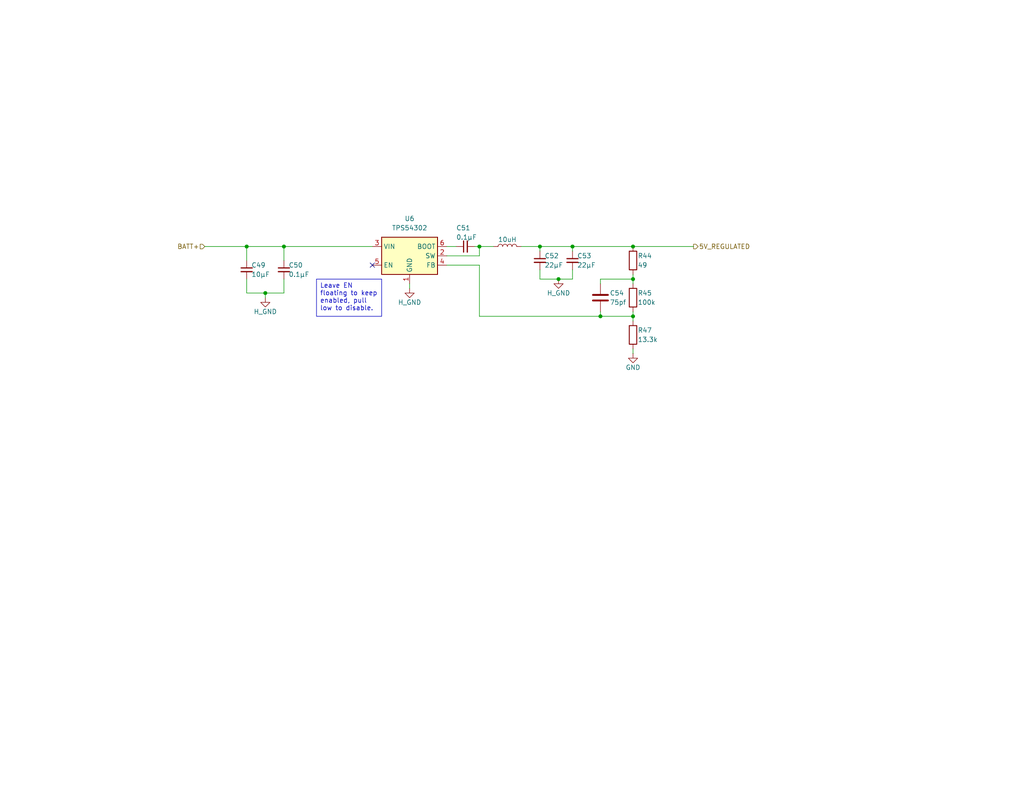
<source format=kicad_sch>
(kicad_sch (version 20250114) (generator "eeschema") (generator_version "9.0")
  (paper "A")
  (lib_symbols
    (symbol "Device:C" (pin_numbers (hide yes)) (pin_names (offset 0.254))
      (property "Reference" "C" (at 0.635 2.54 0))
      (property "Value" "C" (at 0.635 -2.54 0))
      (symbol "C_0_1"
        (polyline (pts (xy -2.032 0.762) (xy 2.032 0.762)) (stroke (width 0.508)))
        (polyline (pts (xy -2.032 -0.762) (xy 2.032 -0.762)) (stroke (width 0.508)))
      )
      (symbol "C_1_1"
        (pin passive line (at 0 3.81 270) (length 2.794) (name "~") (number "1"))
        (pin passive line (at 0 -3.81 90) (length 2.794) (name "~") (number "2"))
      )
    )
    (symbol "Device:C_Small" (pin_numbers (hide yes)) (pin_names (offset 0.254) (hide yes))
      (property "Reference" "C" (at 0.254 1.778 0))
      (property "Value" "C_Small" (at 0.254 -2.032 0))
      (symbol "C_Small_0_1"
        (polyline (pts (xy -1.524 0.508) (xy 1.524 0.508)) (stroke (width 0.3048)))
        (polyline (pts (xy -1.524 -0.508) (xy 1.524 -0.508)) (stroke (width 0.3302)))
      )
      (symbol "C_Small_1_1"
        (pin passive line (at 0 2.54 270) (length 2.032) (name "~") (number "1"))
        (pin passive line (at 0 -2.54 90) (length 2.032) (name "~") (number "2"))
      )
    )
    (symbol "Device:L" (pin_numbers (hide yes)) (pin_names (offset 1.016) (hide yes))
      (property "Reference" "L" (at -1.27 0 90))
      (property "Value" "L" (at 1.905 0 90))
      (symbol "L_0_1"
        (arc (start 0 2.54) (mid 0.6323 1.905) (end 0 1.27))
        (arc (start 0 1.27) (mid 0.6323 0.635) (end 0 0))
        (arc (start 0 0) (mid 0.6323 -0.635) (end 0 -1.27))
        (arc (start 0 -1.27) (mid 0.6323 -1.905) (end 0 -2.54))
      )
      (symbol "L_1_1"
        (pin passive line (at 0 3.81 270) (length 1.27) (name "1") (number "1"))
        (pin passive line (at 0 -3.81 90) (length 1.27) (name "2") (number "2"))
      )
    )
    (symbol "Device:R" (pin_numbers (hide yes)) (pin_names (offset 0))
      (property "Reference" "R" (at 2.032 0 90))
      (property "Value" "R" (at 0 0 90))
      (symbol "R_0_1"
        (rectangle (start -1.016 -2.54) (end 1.016 2.54) (stroke (width 0.254)))
      )
      (symbol "R_1_1"
        (pin passive line (at 0 3.81 270) (length 1.27) (name "~") (number "1"))
        (pin passive line (at 0 -3.81 90) (length 1.27) (name "~") (number "2"))
      )
    )
    (symbol "Regulator_Switching:TPS54302"
      (property "Reference" "U" (at -7.62 6.35 0))
      (property "Value" "TPS54302" (at 0 6.35 0))
      (symbol "TPS54302_0_1"
        (rectangle (start -7.62 5.08) (end 7.62 -5.08) (stroke (width 0.254)) (fill (type background)))
      )
      (symbol "TPS54302_1_1"
        (pin power_in line (at -10.16 2.54 0) (length 2.54) (name "VIN") (number "3"))
        (pin input line (at -10.16 -2.54 0) (length 2.54) (name "EN") (number "5"))
        (pin power_in line (at 0 -7.62 90) (length 2.54) (name "GND") (number "1"))
        (pin passive line (at 10.16 2.54 180) (length 2.54) (name "BOOT") (number "6"))
        (pin power_out line (at 10.16 0 180) (length 2.54) (name "SW") (number "2"))
        (pin input line (at 10.16 -2.54 180) (length 2.54) (name "FB") (number "4"))
      )
    )
    (symbol "giraffe_symbols:H_GND" (power) (pin_names (offset 0))
      (property "Value" "H_GND" (at 0 -3.81 0))
      (symbol "H_GND_0_1"
        (polyline (pts (xy 0 0) (xy 0 -1.27) (xy 1.27 -1.27) (xy 0 -2.54) (xy -1.27 -1.27) (xy 0 -1.27)))
      )
      (symbol "H_GND_1_1"
        (pin power_in line (at 0 0 270) (length 0) (hide yes) (name "H_GND") (number "1"))
      )
    )
    (symbol "power:GND" (power) (pin_numbers (hide yes)) (pin_names (offset 0) (hide yes))
      (property "Value" "GND" (at 0 -3.81 0))
      (symbol "GND_0_1"
        (polyline (pts (xy 0 0) (xy 0 -1.27) (xy 1.27 -1.27) (xy 0 -2.54) (xy -1.27 -1.27) (xy 0 -1.27)))
      )
      (symbol "GND_1_1"
        (pin power_in line (at 0 0 270) (length 0) (name "~") (number "1"))
      )
    )
  )
  (text_box "Leave EN floating to keep enabled, pull low to disable.\n" (at 86.36 76.2 0) (size 17.78 10.16) (margins 0.9525 0.9525 0.9525 0.9525) (effects (font (size 1.27 1.27)) (justify left top)))
  (junction (at 152.4 76.2))
  (junction (at 67.31 67.31))
  (junction (at 72.39 80.01))
  (junction (at 77.47 67.31))
  (junction (at 147.32 67.31))
  (junction (at 172.72 86.36))
  (junction (at 156.21 67.31))
  (junction (at 163.83 86.36))
  (junction (at 130.81 67.31))
  (junction (at 172.72 76.2))
  (junction (at 172.72 67.31))
  (no_connect (at 101.6 72.39))
  (wire (pts (xy 172.72 86.36) (xy 172.72 87.63)))
  (wire (pts (xy 156.21 73.66) (xy 156.21 76.2)))
  (wire (pts (xy 156.21 68.58) (xy 156.21 67.31)))
  (wire (pts (xy 121.92 69.85) (xy 130.81 69.85)))
  (wire (pts (xy 67.31 80.01) (xy 72.39 80.01)))
  (wire (pts (xy 156.21 67.31) (xy 172.72 67.31)))
  (wire (pts (xy 172.72 76.2) (xy 172.72 77.47)))
  (wire (pts (xy 163.83 85.09) (xy 163.83 86.36)))
  (wire (pts (xy 67.31 67.31) (xy 77.47 67.31)))
  (wire (pts (xy 163.83 77.47) (xy 163.83 76.2)))
  (wire (pts (xy 130.81 72.39) (xy 121.92 72.39)))
  (wire (pts (xy 147.32 76.2) (xy 152.4 76.2)))
  (wire (pts (xy 163.83 76.2) (xy 172.72 76.2)))
  (wire (pts (xy 67.31 76.2) (xy 67.31 80.01)))
  (wire (pts (xy 130.81 67.31) (xy 134.62 67.31)))
  (wire (pts (xy 111.76 78.74) (xy 111.76 77.47)))
  (wire (pts (xy 130.81 69.85) (xy 130.81 67.31)))
  (wire (pts (xy 172.72 85.09) (xy 172.72 86.36)))
  (wire (pts (xy 72.39 81.28) (xy 72.39 80.01)))
  (wire (pts (xy 163.83 86.36) (xy 172.72 86.36)))
  (wire (pts (xy 172.72 95.25) (xy 172.72 96.52)))
  (wire (pts (xy 130.81 86.36) (xy 163.83 86.36)))
  (wire (pts (xy 124.46 67.31) (xy 121.92 67.31)))
  (wire (pts (xy 130.81 86.36) (xy 130.81 72.39)))
  (wire (pts (xy 156.21 76.2) (xy 152.4 76.2)))
  (wire (pts (xy 147.32 73.66) (xy 147.32 76.2)))
  (wire (pts (xy 77.47 67.31) (xy 77.47 71.12)))
  (wire (pts (xy 147.32 67.31) (xy 156.21 67.31)))
  (wire (pts (xy 67.31 67.31) (xy 67.31 71.12)))
  (wire (pts (xy 77.47 67.31) (xy 101.6 67.31)))
  (wire (pts (xy 172.72 74.93) (xy 172.72 76.2)))
  (wire (pts (xy 147.32 68.58) (xy 147.32 67.31)))
  (wire (pts (xy 77.47 80.01) (xy 77.47 76.2)))
  (wire (pts (xy 130.81 67.31) (xy 129.54 67.31)))
  (wire (pts (xy 142.24 67.31) (xy 147.32 67.31)))
  (wire (pts (xy 55.88 67.31) (xy 67.31 67.31)))
  (wire (pts (xy 172.72 67.31) (xy 189.23 67.31)))
  (wire (pts (xy 72.39 80.01) (xy 77.47 80.01)))
  (hierarchical_label "BATT+" (shape input) (at 55.88 67.31 180))
  (hierarchical_label "5V_REGULATED" (shape output) (at 189.23 67.31 0))
  (symbol (lib_id "Device:L") (at 138.43 67.31 270) (mirror x) (unit 1)
    (property "Reference" "L5" (effects (hide yes)))
    (property "Value" "10uH" (at 138.43 65.405 90))
    (property "Footprint" "keystone_footprint_library:IND_SRU1048-100Y" (effects (hide yes)))
    (property "Datasheet" "SRU1048A-100Y" (effects (hide yes)))
    (property "Description" "Inductor" (effects (hide yes)))
  )
  (symbol (lib_id "giraffe_symbols:H_GND") (at 72.39 81.28 0) (unit 1)
    (property "Reference" "#PWR?" (effects (hide yes)))
    (property "Value" "H_GND" (at 72.39 85.09 0))
  )
  (symbol (lib_id "Device:C") (at 163.83 81.28 0) (unit 1)
    (property "Reference" "C54" (at 166.37 80.01 0) (effects (justify left)))
    (property "Value" "75pf" (at 166.37 82.55 0) (effects (justify left)))
    (property "Footprint" "Capacitor_SMD:C_0603_1608Metric" (effects (hide yes)))
    (property "Datasheet" "CC0603JRNPO9BN750" (effects (hide yes)))
  )
  (symbol (lib_id "Device:C_Small") (at 67.31 73.66 0) (unit 1)
    (property "Reference" "C49" (at 68.58 72.39 0) (effects (justify left)))
    (property "Value" "10µF" (at 68.58 74.93 0) (effects (justify left)))
    (property "Footprint" "Capacitor_SMD:C_1206_3216Metric" (effects (hide yes)))
    (property "Datasheet" "CL32B106KBJNNNE" (effects (hide yes)))
  )
  (symbol (lib_id "Device:C_Small") (at 147.32 71.12 0) (unit 1)
    (property "Reference" "C52" (at 148.59 69.85 0) (effects (justify left)))
    (property "Value" "22µF" (at 148.59 72.39 0) (effects (justify left)))
    (property "Footprint" "Capacitor_SMD:C_1210_3225Metric" (effects (hide yes)))
    (property "Datasheet" "CL32A226MAJNNNE" (effects (hide yes)))
  )
  (symbol (lib_id "Device:C_Small") (at 156.21 71.12 0) (unit 1)
    (property "Reference" "C53" (at 157.48 69.85 0) (effects (justify left)))
    (property "Value" "22µF" (at 157.48 72.39 0) (effects (justify left)))
    (property "Footprint" "Capacitor_SMD:C_1210_3225Metric" (effects (hide yes)))
    (property "Datasheet" "CL32A226MAJNNNE" (effects (hide yes)))
  )
  (symbol (lib_id "Device:R") (at 172.72 91.44 0) (unit 1)
    (property "Reference" "R47" (at 173.99 90.17 0) (effects (justify left)))
    (property "Value" "13.3k" (at 173.99 92.71 0) (effects (justify left)))
    (property "Footprint" "Resistor_SMD:R_0603_1608Metric" (effects (hide yes)))
    (property "Datasheet" "RMCF0603FT13K3" (effects (hide yes)))
    (property "Description" "Resistor" (effects (hide yes)))
  )
  (symbol (lib_id "Device:C_Small") (at 127 67.31 90) (unit 1)
    (property "Reference" "C51" (at 124.46 62.23 90) (effects (justify right)))
    (property "Value" "0.1µF" (at 124.46 64.77 90) (effects (justify right)))
    (property "Footprint" "Capacitor_SMD:C_0603_1608Metric" (effects (hide yes)))
  )
  (symbol (lib_id "power:GND") (at 172.72 96.52 0) (unit 1)
    (property "Reference" "#PWR0104" (effects (hide yes)))
    (property "Value" "GND" (at 172.72 100.33 0))
    (property "Description" "Power symbol creates a global label with name \"GND\" , ground" (effects (hide yes)))
  )
  (symbol (lib_id "Device:R") (at 172.72 71.12 0) (unit 1)
    (property "Reference" "R44" (at 173.99 69.85 0) (effects (justify left)))
    (property "Value" "49" (at 173.99 72.39 0) (effects (justify left)))
    (property "Footprint" "Resistor_SMD:R_0603_1608Metric" (effects (hide yes)))
    (property "Datasheet" "RMCF0603FT49K9" (effects (hide yes)))
    (property "Description" "Resistor" (effects (hide yes)))
  )
  (symbol (lib_id "giraffe_symbols:H_GND") (at 152.4 76.2 0) (unit 1)
    (property "Reference" "#PWR012" (effects (hide yes)))
    (property "Value" "H_GND" (at 152.4 80.01 0))
  )
  (symbol (lib_id "Device:C_Small") (at 77.47 73.66 0) (unit 1)
    (property "Reference" "C50" (at 78.74 72.39 0) (effects (justify left)))
    (property "Value" "0.1µF" (at 78.74 74.93 0) (effects (justify left)))
    (property "Footprint" "Capacitor_SMD:C_0603_1608Metric" (effects (hide yes)))
  )
  (symbol (lib_id "giraffe_symbols:H_GND") (at 111.76 78.74 0) (unit 1)
    (property "Reference" "#PWR010" (effects (hide yes)))
    (property "Value" "H_GND" (at 111.76 82.55 0))
  )
  (symbol (lib_id "Regulator_Switching:TPS54302") (at 111.76 69.85 0) (unit 1)
    (property "Reference" "U6" (at 111.76 59.69 0))
    (property "Value" "TPS54302" (at 111.76 62.23 0))
    (property "Footprint" "Package_TO_SOT_SMD:SOT-23-6" (effects (hide yes)))
    (property "Datasheet" "http://www.ti.com/lit/ds/symlink/tps54302.pdf" (effects (hide yes)))
    (property "Description" "3A, 4.5 to 28V Input, EMI Friendly integrated switch synchronous step-down regulator, pulse-skipping, SOT-23-6" (effects (hide yes)))
  )
  (symbol (lib_id "Device:R") (at 172.72 81.28 0) (unit 1)
    (property "Reference" "R45" (at 173.99 80.01 0) (effects (justify left)))
    (property "Value" "100k" (at 173.99 82.55 0) (effects (justify left)))
    (property "Footprint" "Resistor_SMD:R_0603_1608Metric" (effects (hide yes)))
    (property "Datasheet" "RMCF0603FT100K" (effects (hide yes)))
    (property "Description" "Resistor" (effects (hide yes)))
  )
)
</source>
